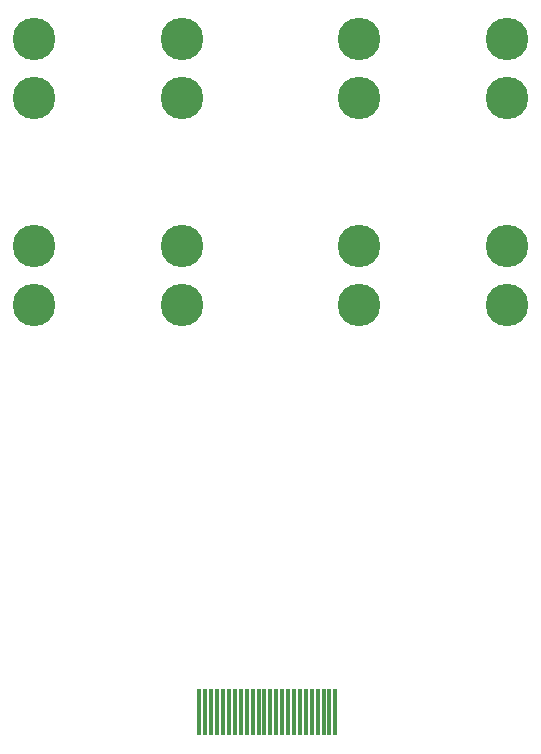
<source format=gbr>
%TF.GenerationSoftware,KiCad,Pcbnew,8.0.3-8.0.3-0~ubuntu23.10.1*%
%TF.CreationDate,2024-10-21T12:16:31-04:00*%
%TF.ProjectId,neck_electrode,6e65636b-5f65-46c6-9563-74726f64652e,rev?*%
%TF.SameCoordinates,Original*%
%TF.FileFunction,Soldermask,Top*%
%TF.FilePolarity,Negative*%
%FSLAX46Y46*%
G04 Gerber Fmt 4.6, Leading zero omitted, Abs format (unit mm)*
G04 Created by KiCad (PCBNEW 8.0.3-8.0.3-0~ubuntu23.10.1) date 2024-10-21 12:16:31*
%MOMM*%
%LPD*%
G01*
G04 APERTURE LIST*
%ADD10C,3.600000*%
%ADD11R,0.300000X4.000000*%
G04 APERTURE END LIST*
D10*
%TO.C,TP10*%
X127500000Y-87500000D03*
%TD*%
%TO.C,TP4*%
X140000000Y-70000000D03*
%TD*%
%TO.C,TP6*%
X155000000Y-70000000D03*
%TD*%
%TO.C,TP3*%
X140000000Y-65000000D03*
%TD*%
%TO.C,TP8*%
X167500000Y-70000000D03*
%TD*%
%TO.C,TP11*%
X140000000Y-82500000D03*
%TD*%
%TO.C,TP13*%
X155000000Y-82500000D03*
%TD*%
%TO.C,TP9*%
X127500000Y-82500000D03*
%TD*%
%TO.C,TP14*%
X155000000Y-87500000D03*
%TD*%
%TO.C,TP5*%
X155000000Y-65000000D03*
%TD*%
%TO.C,TP7*%
X167500000Y-65000000D03*
%TD*%
%TO.C,TP1*%
X127500000Y-65000000D03*
%TD*%
%TO.C,TP15*%
X167500000Y-82500000D03*
%TD*%
%TO.C,TP2*%
X127500000Y-70000000D03*
%TD*%
D11*
%TO.C,J1*%
X153000000Y-122000000D03*
X152500000Y-122000000D03*
X152000000Y-122000000D03*
X151500000Y-122000000D03*
X151000000Y-122000000D03*
X150500000Y-122000000D03*
X150000000Y-122000000D03*
X149500000Y-122000000D03*
X149000000Y-122000000D03*
X148500000Y-122000000D03*
X148000000Y-122000000D03*
X147500000Y-122000000D03*
X147000000Y-122000000D03*
X146500000Y-122000000D03*
X146000000Y-122000000D03*
X145500000Y-122000000D03*
X145000000Y-122000000D03*
X144500000Y-122000000D03*
X144000000Y-122000000D03*
X143500000Y-122000000D03*
X143000000Y-122000000D03*
X142500000Y-122000000D03*
X142000000Y-122000000D03*
X141500000Y-122000000D03*
%TD*%
D10*
%TO.C,TP16*%
X167500000Y-87500000D03*
%TD*%
%TO.C,TP12*%
X140000000Y-87500000D03*
%TD*%
M02*

</source>
